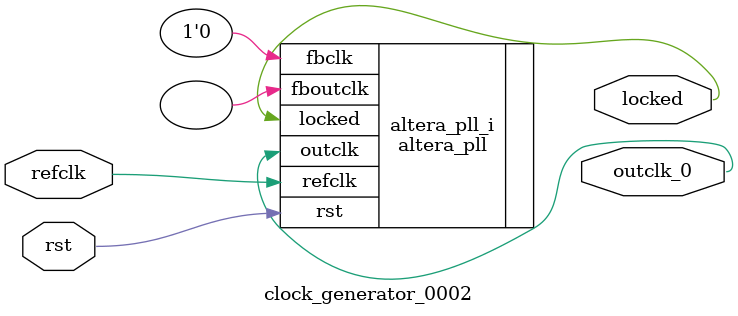
<source format=v>
`timescale 1ns/10ps
module  clock_generator_0002(

	// interface 'refclk'
	input wire refclk,

	// interface 'reset'
	input wire rst,

	// interface 'outclk0'
	output wire outclk_0,

	// interface 'locked'
	output wire locked
);

	altera_pll #(
		.fractional_vco_multiplier("false"),
		.reference_clock_frequency("50.0 MHz"),
		.operation_mode("direct"),
		.number_of_clocks(1),
		.output_clock_frequency0("25.175644 MHz"),
		.phase_shift0("0 ps"),
		.duty_cycle0(50),
		.output_clock_frequency1("0 MHz"),
		.phase_shift1("0 ps"),
		.duty_cycle1(50),
		.output_clock_frequency2("0 MHz"),
		.phase_shift2("0 ps"),
		.duty_cycle2(50),
		.output_clock_frequency3("0 MHz"),
		.phase_shift3("0 ps"),
		.duty_cycle3(50),
		.output_clock_frequency4("0 MHz"),
		.phase_shift4("0 ps"),
		.duty_cycle4(50),
		.output_clock_frequency5("0 MHz"),
		.phase_shift5("0 ps"),
		.duty_cycle5(50),
		.output_clock_frequency6("0 MHz"),
		.phase_shift6("0 ps"),
		.duty_cycle6(50),
		.output_clock_frequency7("0 MHz"),
		.phase_shift7("0 ps"),
		.duty_cycle7(50),
		.output_clock_frequency8("0 MHz"),
		.phase_shift8("0 ps"),
		.duty_cycle8(50),
		.output_clock_frequency9("0 MHz"),
		.phase_shift9("0 ps"),
		.duty_cycle9(50),
		.output_clock_frequency10("0 MHz"),
		.phase_shift10("0 ps"),
		.duty_cycle10(50),
		.output_clock_frequency11("0 MHz"),
		.phase_shift11("0 ps"),
		.duty_cycle11(50),
		.output_clock_frequency12("0 MHz"),
		.phase_shift12("0 ps"),
		.duty_cycle12(50),
		.output_clock_frequency13("0 MHz"),
		.phase_shift13("0 ps"),
		.duty_cycle13(50),
		.output_clock_frequency14("0 MHz"),
		.phase_shift14("0 ps"),
		.duty_cycle14(50),
		.output_clock_frequency15("0 MHz"),
		.phase_shift15("0 ps"),
		.duty_cycle15(50),
		.output_clock_frequency16("0 MHz"),
		.phase_shift16("0 ps"),
		.duty_cycle16(50),
		.output_clock_frequency17("0 MHz"),
		.phase_shift17("0 ps"),
		.duty_cycle17(50),
		.pll_type("General"),
		.pll_subtype("General")
	) altera_pll_i (
		.rst	(rst),
		.outclk	({outclk_0}),
		.locked	(locked),
		.fboutclk	( ),
		.fbclk	(1'b0),
		.refclk	(refclk)
	);
endmodule


</source>
